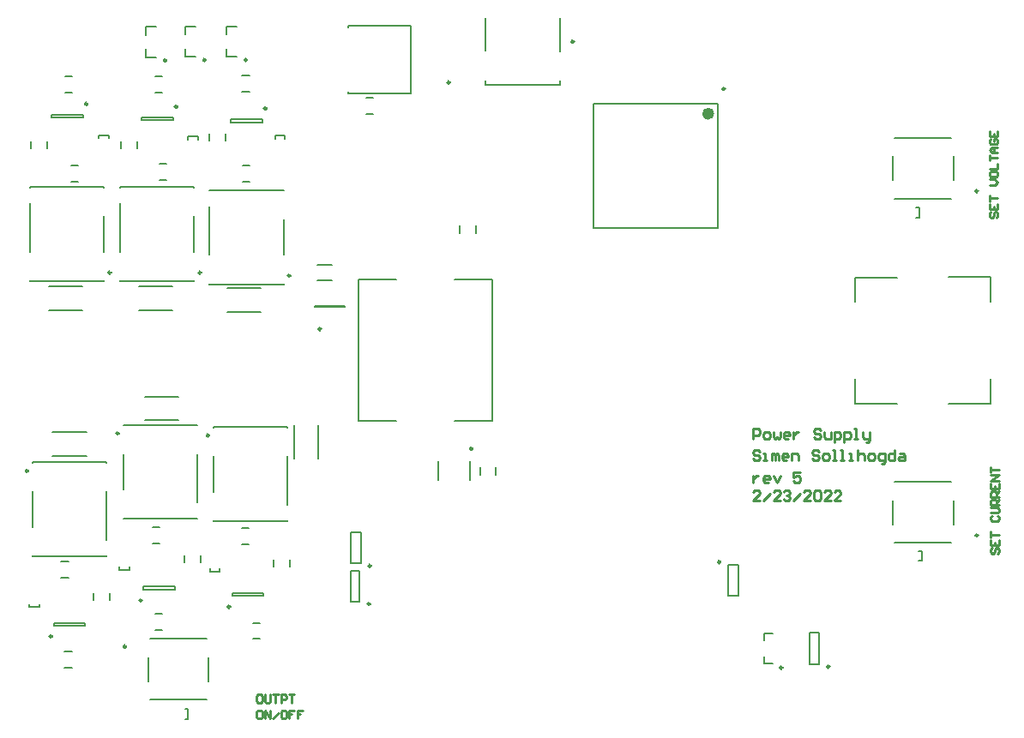
<source format=gto>
G04*
G04 #@! TF.GenerationSoftware,Altium Limited,Altium Designer,22.1.2 (22)*
G04*
G04 Layer_Color=65535*
%FSLAX44Y44*%
%MOMM*%
G71*
G04*
G04 #@! TF.SameCoordinates,580B55D7-DBA2-4C77-87B0-4A933D30A280*
G04*
G04*
G04 #@! TF.FilePolarity,Positive*
G04*
G01*
G75*
%ADD10C,0.2500*%
%ADD11C,0.1000*%
%ADD12C,0.6000*%
%ADD13C,0.2000*%
%ADD14C,0.2540*%
D10*
X70270Y623471D02*
G03*
X70270Y623471I-1250J0D01*
G01*
X695000Y171000D02*
G03*
X695000Y171000I-1250J0D01*
G01*
X350000Y167250D02*
G03*
X350000Y167250I-1250J0D01*
G01*
X349240Y129600D02*
G03*
X349240Y129600I-1250J0D01*
G01*
X756304Y66691D02*
G03*
X756304Y66691I-1250J0D01*
G01*
X450269Y283052D02*
G03*
X450269Y283052I-1250J0D01*
G01*
X300806Y401228D02*
G03*
X300806Y401228I-1250J0D01*
G01*
X35179Y97500D02*
G03*
X35179Y97500I-1250J0D01*
G01*
X123885Y133150D02*
G03*
X123885Y133150I-1250J0D01*
G01*
X211157Y126850D02*
G03*
X211157Y126850I-1250J0D01*
G01*
X159046Y620787D02*
G03*
X159046Y620787I-1250J0D01*
G01*
X246964Y618927D02*
G03*
X246964Y618927I-1250J0D01*
G01*
X190158Y296100D02*
G03*
X190158Y296100I-1250J0D01*
G01*
X550300Y685138D02*
G03*
X550300Y685138I-1250J0D01*
G01*
X148000Y666631D02*
G03*
X148000Y666631I-1250J0D01*
G01*
X182342Y456900D02*
G03*
X182342Y456900I-1250J0D01*
G01*
X270454Y453873D02*
G03*
X270454Y453873I-1250J0D01*
G01*
X227715Y667040D02*
G03*
X227715Y667040I-1250J0D01*
G01*
X186736D02*
G03*
X186736Y667040I-1250J0D01*
G01*
X427854Y644750D02*
G03*
X427854Y644750I-1250J0D01*
G01*
X11679Y261100D02*
G03*
X11679Y261100I-1250J0D01*
G01*
X93342Y456900D02*
G03*
X93342Y456900I-1250J0D01*
G01*
X101158Y298115D02*
G03*
X101158Y298115I-1250J0D01*
G01*
X802720Y67691D02*
G03*
X802720Y67691I-1250J0D01*
G01*
X699670Y638406D02*
G03*
X699670Y638406I-1250J0D01*
G01*
X108250Y87500D02*
G03*
X108250Y87500I-1250J0D01*
G01*
X949250Y197500D02*
G03*
X949250Y197500I-1250J0D01*
G01*
Y537500D02*
G03*
X949250Y537500I-1250J0D01*
G01*
D11*
X360643Y233433D02*
G03*
X360643Y233433I-500J0D01*
G01*
D12*
X685920Y613906D02*
G03*
X685920Y613906I-3000J0D01*
G01*
D13*
X432618Y450420D02*
X469618D01*
X432618Y310420D02*
X469618D01*
X337618Y450420D02*
X374618D01*
X337618Y310420D02*
X374618D01*
X469618D02*
Y450420D01*
X337618Y310420D02*
Y450420D01*
X66020Y609971D02*
Y612971D01*
X35020Y609971D02*
Y612971D01*
X66020D01*
X35020Y609971D02*
X66020D01*
X702500Y168500D02*
X712500D01*
X702500Y137500D02*
X712500D01*
X702500D02*
Y168500D01*
X712500Y137500D02*
Y168500D01*
X330000Y169750D02*
X340000D01*
X330000Y200750D02*
X340000D01*
Y169750D02*
Y200750D01*
X330000Y169750D02*
Y200750D01*
X338990Y131600D02*
Y162600D01*
X329990Y131600D02*
Y162600D01*
Y131600D02*
X338990D01*
X329990Y162600D02*
X338990D01*
X738555Y71092D02*
X746704D01*
X738555D02*
Y77691D01*
Y100291D02*
X746704D01*
X738555Y93692D02*
Y100291D01*
X416519Y251802D02*
Y270802D01*
X447519Y251802D02*
Y270802D01*
X294806Y422995D02*
Y423543D01*
Y422995D02*
X323806D01*
Y423543D01*
X294806D02*
X323806D01*
X36929Y108000D02*
Y111000D01*
X67929Y108000D02*
Y111000D01*
X36929Y108000D02*
X67929D01*
X36929Y111000D02*
X67929D01*
X125635Y143650D02*
Y146650D01*
X156635Y143650D02*
Y146650D01*
X125635Y143650D02*
X156635D01*
X125635Y146650D02*
X156635D01*
X212907Y137350D02*
Y140350D01*
X243907Y137350D02*
Y140350D01*
X212907Y137350D02*
X243907D01*
X212907Y140350D02*
X243907D01*
X154796Y607287D02*
Y610287D01*
X123796Y607287D02*
Y610287D01*
X154796D01*
X123796Y607287D02*
X154796D01*
X242715Y605427D02*
Y608427D01*
X211714Y605427D02*
Y608427D01*
X242715D01*
X211714Y605427D02*
X242715D01*
X828000Y327500D02*
X869600D01*
X828000D02*
Y351900D01*
X920400Y327500D02*
X962000D01*
Y351900D01*
X828000Y452230D02*
X869600D01*
X828000Y428100D02*
Y452230D01*
X920400Y452500D02*
X962000D01*
Y428100D02*
Y452500D01*
X194408Y304500D02*
X267408D01*
X194408Y211500D02*
Y212150D01*
Y240350D02*
Y275650D01*
Y303850D02*
Y304500D01*
Y211500D02*
X267408D01*
Y212150D01*
Y227650D02*
Y275650D01*
Y303850D02*
Y304500D01*
X462950Y642038D02*
X537050D01*
X462950D02*
Y646488D01*
X537050Y642038D02*
Y646488D01*
X462950Y676338D02*
Y708138D01*
X537050Y675538D02*
Y708138D01*
X127750Y691631D02*
Y699631D01*
X137750D01*
X127750Y669631D02*
Y677631D01*
Y669631D02*
X137750D01*
X102592Y448500D02*
X175592D01*
Y540850D02*
Y541500D01*
Y477350D02*
Y512650D01*
Y448500D02*
Y449150D01*
X102592Y541500D02*
X175592D01*
X102592Y540850D02*
Y541500D01*
Y477350D02*
Y525350D01*
Y448500D02*
Y449150D01*
X274479Y272885D02*
Y305946D01*
X298041Y272885D02*
Y305946D01*
X222689Y204739D02*
X229689D01*
X222689Y188739D02*
X229689D01*
X134311Y205600D02*
X141311D01*
X134311Y189600D02*
X141311D01*
X126854Y311019D02*
X159917D01*
X126854Y334581D02*
X159917D01*
X35898Y275619D02*
X68960D01*
X35898Y299181D02*
X68960D01*
X44348Y171500D02*
X51348D01*
X44348Y155500D02*
X51348D01*
X121280Y443072D02*
X154342D01*
X121280Y419510D02*
X154342D01*
X32221Y443072D02*
X65283D01*
X32221Y419510D02*
X65283D01*
X141296Y548120D02*
X148296D01*
X141296Y564120D02*
X148296D01*
X54069Y546828D02*
X61069D01*
X54069Y562828D02*
X61069D01*
X190704Y445473D02*
X263704D01*
Y537823D02*
Y538473D01*
Y474323D02*
Y509624D01*
Y445473D02*
Y446124D01*
X190704Y538473D02*
X263704D01*
X190704Y537823D02*
Y538473D01*
Y474323D02*
Y522324D01*
Y445473D02*
Y446124D01*
X223173Y546448D02*
X230173D01*
X223173Y562449D02*
X230173D01*
X208158Y441781D02*
X241220D01*
X208158Y418219D02*
X241220D01*
X207464Y692040D02*
Y700040D01*
X217464D01*
X207464Y670040D02*
Y678040D01*
Y670040D02*
X217464D01*
X166486Y692040D02*
Y700040D01*
X176486D01*
X166486Y670040D02*
Y678040D01*
Y670040D02*
X176486D01*
X297494Y449650D02*
X311494D01*
X297494Y464150D02*
X311494D01*
X327604Y634000D02*
X389604D01*
Y701000D01*
X327604D02*
X389604D01*
X327604Y699410D02*
Y701000D01*
Y634000D02*
Y635590D01*
X88929Y268850D02*
Y269500D01*
Y192650D02*
Y240650D01*
Y176500D02*
Y177150D01*
X15929Y176500D02*
X88929D01*
X15929Y268850D02*
Y269500D01*
Y205350D02*
Y240650D01*
Y176500D02*
Y177150D01*
Y269500D02*
X88929D01*
X12459Y126500D02*
Y129500D01*
X22459Y126500D02*
Y129500D01*
X12459Y126500D02*
X22459D01*
X92513Y133305D02*
Y140304D01*
X76513Y133305D02*
Y140304D01*
X47709Y67000D02*
X54709D01*
X47709Y83000D02*
X54709D01*
X13592Y448500D02*
Y449150D01*
Y477350D02*
Y525350D01*
Y540850D02*
Y541500D01*
X86592D01*
Y448500D02*
Y449150D01*
Y477350D02*
Y512650D01*
Y540850D02*
Y541500D01*
X13592Y448500D02*
X86592D01*
X91592Y589691D02*
Y592690D01*
X81592Y589691D02*
Y592690D01*
X91592D01*
X47812Y651000D02*
X54812D01*
X47812Y635000D02*
X54812D01*
X14092Y579800D02*
Y586800D01*
X30093Y579800D02*
Y586800D01*
X270188Y166229D02*
Y173229D01*
X254188Y166229D02*
Y173229D01*
X181645Y170857D02*
Y177857D01*
X165645Y170857D02*
Y177857D01*
X178408Y305865D02*
Y306515D01*
Y229665D02*
Y277665D01*
Y213515D02*
Y214165D01*
X105408Y213515D02*
X178408D01*
X105408Y305865D02*
Y306515D01*
Y242365D02*
Y277665D01*
Y213515D02*
Y214165D01*
Y306515D02*
X178408D01*
X190209Y587221D02*
Y594221D01*
X206209Y587221D02*
Y594221D01*
X103092Y579800D02*
Y586800D01*
X119092Y579800D02*
Y586800D01*
X222964Y635927D02*
X229965D01*
X222964Y651927D02*
X229965D01*
X255214Y592427D02*
X265214D01*
X255214Y589427D02*
Y592427D01*
X265214Y589427D02*
Y592427D01*
X136812Y635000D02*
X143812D01*
X136812Y651000D02*
X143812D01*
X169062Y591500D02*
X179062D01*
X169062Y588500D02*
Y591500D01*
X179062Y588500D02*
Y591500D01*
X233429Y111015D02*
X240429D01*
X233429Y95015D02*
X240429D01*
X190938Y161500D02*
X200939D01*
Y164500D01*
X190938Y161500D02*
Y164500D01*
X137188Y120015D02*
X144188D01*
X137188Y104015D02*
X144188D01*
X101939Y163515D02*
X111939D01*
Y166515D01*
X101939Y163515D02*
Y166515D01*
X166646Y15562D02*
X169645D01*
X166646Y25562D02*
X169645D01*
Y15562D02*
Y25562D01*
X473615Y257500D02*
Y264500D01*
X457615Y257500D02*
Y264500D01*
X345716Y613340D02*
X352190D01*
X345716Y629340D02*
X352190D01*
X453819Y496174D02*
Y503173D01*
X437819Y496174D02*
Y503173D01*
X782719Y70191D02*
X792719D01*
X782719Y101191D02*
X792719D01*
Y70191D02*
Y101191D01*
X782719Y70191D02*
Y101191D01*
X569920Y623906D02*
X692920D01*
X569920Y500906D02*
X692920D01*
Y623906D01*
X569920Y500906D02*
Y623906D01*
X888500Y511000D02*
X891500D01*
X888500Y521000D02*
X891500D01*
Y511000D02*
Y521000D01*
X890630Y172087D02*
X893630D01*
X890630Y182087D02*
X893630D01*
Y172087D02*
Y182087D01*
X132000Y95000D02*
X188000D01*
X130000Y53000D02*
Y77000D01*
X190000Y53000D02*
Y77000D01*
X132000Y35000D02*
X188000D01*
X867000Y250000D02*
X923000D01*
X865000Y208000D02*
Y232000D01*
X925000Y208000D02*
Y232000D01*
X867000Y190000D02*
X923000D01*
X867000Y590000D02*
X923000D01*
X865000Y548000D02*
Y572000D01*
X925000Y548000D02*
Y572000D01*
X867000Y530000D02*
X923000D01*
D14*
X241344Y40230D02*
X238678D01*
X237345Y38897D01*
Y33566D01*
X238678Y32233D01*
X241344D01*
X242677Y33566D01*
Y38897D01*
X241344Y40230D01*
X245342D02*
Y33566D01*
X246675Y32233D01*
X249341D01*
X250674Y33566D01*
Y40230D01*
X253340D02*
X258671D01*
X256005D01*
Y32233D01*
X261337D02*
Y40230D01*
X265336D01*
X266669Y38897D01*
Y36232D01*
X265336Y34899D01*
X261337D01*
X269335Y40230D02*
X274666D01*
X272000D01*
Y32233D01*
X241344Y24537D02*
X238678D01*
X237345Y23205D01*
Y17873D01*
X238678Y16540D01*
X241344D01*
X242677Y17873D01*
Y23205D01*
X241344Y24537D01*
X245342Y16540D02*
Y24537D01*
X250674Y16540D01*
Y24537D01*
X253340Y16540D02*
X258671Y21872D01*
X265336Y24537D02*
X262670D01*
X261337Y23205D01*
Y17873D01*
X262670Y16540D01*
X265336D01*
X266669Y17873D01*
Y23205D01*
X265336Y24537D01*
X274666D02*
X269335D01*
Y20539D01*
X272000D01*
X269335D01*
Y16540D01*
X282664Y24537D02*
X277332D01*
Y20539D01*
X279998D01*
X277332D01*
Y16540D01*
X963295Y184872D02*
X961963Y183539D01*
Y180873D01*
X963295Y179540D01*
X964628D01*
X965961Y180873D01*
Y183539D01*
X967294Y184872D01*
X968627D01*
X969960Y183539D01*
Y180873D01*
X968627Y179540D01*
X961963Y192869D02*
Y187537D01*
X969960D01*
Y192869D01*
X965961Y187537D02*
Y190203D01*
X961963Y195535D02*
Y200867D01*
Y198201D01*
X969960D01*
X963295Y216861D02*
X961963Y215528D01*
Y212863D01*
X963295Y211530D01*
X968627D01*
X969960Y212863D01*
Y215528D01*
X968627Y216861D01*
X961963Y219527D02*
X968627D01*
X969960Y220860D01*
Y223526D01*
X968627Y224859D01*
X961963D01*
X969960Y227525D02*
X961963D01*
Y231523D01*
X963295Y232856D01*
X965961D01*
X967294Y231523D01*
Y227525D01*
Y230190D02*
X969960Y232856D01*
Y235522D02*
X961963D01*
Y239521D01*
X963295Y240854D01*
X965961D01*
X967294Y239521D01*
Y235522D01*
Y238188D02*
X969960Y240854D01*
X961963Y248851D02*
Y243519D01*
X969960D01*
Y248851D01*
X965961Y243519D02*
Y246185D01*
X969960Y251517D02*
X961963D01*
X969960Y256848D01*
X961963D01*
Y259514D02*
Y264846D01*
Y262180D01*
X969960D01*
X962045Y516872D02*
X960713Y515539D01*
Y512873D01*
X962045Y511540D01*
X963378D01*
X964711Y512873D01*
Y515539D01*
X966044Y516872D01*
X967377D01*
X968710Y515539D01*
Y512873D01*
X967377Y511540D01*
X960713Y524869D02*
Y519537D01*
X968710D01*
Y524869D01*
X964711Y519537D02*
Y522203D01*
X960713Y527535D02*
Y532866D01*
Y530201D01*
X968710D01*
X960713Y543530D02*
X966044D01*
X968710Y546195D01*
X966044Y548861D01*
X960713D01*
Y555526D02*
Y552860D01*
X962045Y551527D01*
X967377D01*
X968710Y552860D01*
Y555526D01*
X967377Y556859D01*
X962045D01*
X960713Y555526D01*
Y559524D02*
X968710D01*
Y564856D01*
X960713Y567522D02*
Y572854D01*
Y570188D01*
X968710D01*
Y575519D02*
X963378D01*
X960713Y578185D01*
X963378Y580851D01*
X968710D01*
X964711D01*
Y575519D01*
X962045Y588848D02*
X960713Y587515D01*
Y584850D01*
X962045Y583517D01*
X967377D01*
X968710Y584850D01*
Y587515D01*
X967377Y588848D01*
X964711D01*
Y586183D01*
X960713Y596846D02*
Y591514D01*
X968710D01*
Y596846D01*
X964711Y591514D02*
Y594180D01*
X727290Y292731D02*
Y302728D01*
X732288D01*
X733954Y301062D01*
Y297729D01*
X732288Y296063D01*
X727290D01*
X738953Y292731D02*
X742285D01*
X743951Y294397D01*
Y297729D01*
X742285Y299395D01*
X738953D01*
X737287Y297729D01*
Y294397D01*
X738953Y292731D01*
X747284Y299395D02*
Y294397D01*
X748950Y292731D01*
X750616Y294397D01*
X752282Y292731D01*
X753948Y294397D01*
Y299395D01*
X762279Y292731D02*
X758947D01*
X757280Y294397D01*
Y297729D01*
X758947Y299395D01*
X762279D01*
X763945Y297729D01*
Y296063D01*
X757280D01*
X767277Y299395D02*
Y292731D01*
Y296063D01*
X768943Y297729D01*
X770609Y299395D01*
X772275D01*
X793935Y301062D02*
X792269Y302728D01*
X788937D01*
X787271Y301062D01*
Y299395D01*
X788937Y297729D01*
X792269D01*
X793935Y296063D01*
Y294397D01*
X792269Y292731D01*
X788937D01*
X787271Y294397D01*
X797268Y299395D02*
Y294397D01*
X798934Y292731D01*
X803932D01*
Y299395D01*
X807264Y289399D02*
Y299395D01*
X812263D01*
X813929Y297729D01*
Y294397D01*
X812263Y292731D01*
X807264D01*
X817261Y289399D02*
Y299395D01*
X822259D01*
X823925Y297729D01*
Y294397D01*
X822259Y292731D01*
X817261D01*
X827258D02*
X830590D01*
X828924D01*
Y302728D01*
X827258D01*
X835588Y299395D02*
Y294397D01*
X837255Y292731D01*
X842253D01*
Y291065D01*
X840587Y289399D01*
X838921D01*
X842253Y292731D02*
Y299395D01*
X733954Y279637D02*
X732288Y281303D01*
X728956D01*
X727290Y279637D01*
Y277971D01*
X728956Y276305D01*
X732288D01*
X733954Y274639D01*
Y272973D01*
X732288Y271306D01*
X728956D01*
X727290Y272973D01*
X737287Y271306D02*
X740619D01*
X738953D01*
Y277971D01*
X737287D01*
X745617Y271306D02*
Y277971D01*
X747284D01*
X748950Y276305D01*
Y271306D01*
Y276305D01*
X750616Y277971D01*
X752282Y276305D01*
Y271306D01*
X760613D02*
X757280D01*
X755614Y272973D01*
Y276305D01*
X757280Y277971D01*
X760613D01*
X762279Y276305D01*
Y274639D01*
X755614D01*
X765611Y271306D02*
Y277971D01*
X770609D01*
X772275Y276305D01*
Y271306D01*
X792269Y279637D02*
X790603Y281303D01*
X787271D01*
X785605Y279637D01*
Y277971D01*
X787271Y276305D01*
X790603D01*
X792269Y274639D01*
Y272973D01*
X790603Y271306D01*
X787271D01*
X785605Y272973D01*
X797268Y271306D02*
X800600D01*
X802266Y272973D01*
Y276305D01*
X800600Y277971D01*
X797268D01*
X795601Y276305D01*
Y272973D01*
X797268Y271306D01*
X805598D02*
X808930D01*
X807264D01*
Y281303D01*
X805598D01*
X813929Y271306D02*
X817261D01*
X815595D01*
Y281303D01*
X813929D01*
X822259Y271306D02*
X825592D01*
X823925D01*
Y277971D01*
X822259D01*
X830590Y281303D02*
Y271306D01*
Y276305D01*
X832256Y277971D01*
X835588D01*
X837254Y276305D01*
Y271306D01*
X842253D02*
X845585D01*
X847251Y272973D01*
Y276305D01*
X845585Y277971D01*
X842253D01*
X840587Y276305D01*
Y272973D01*
X842253Y271306D01*
X853916Y267974D02*
X855582D01*
X857248Y269640D01*
Y277971D01*
X852250D01*
X850584Y276305D01*
Y272973D01*
X852250Y271306D01*
X857248D01*
X867245Y281303D02*
Y271306D01*
X862246D01*
X860580Y272973D01*
Y276305D01*
X862246Y277971D01*
X867245D01*
X872243D02*
X875575D01*
X877242Y276305D01*
Y271306D01*
X872243D01*
X870577Y272973D01*
X872243Y274639D01*
X877242D01*
X727290Y256547D02*
Y249882D01*
Y253214D01*
X728956Y254881D01*
X730622Y256547D01*
X732288D01*
X742285Y249882D02*
X738953D01*
X737287Y251548D01*
Y254881D01*
X738953Y256547D01*
X742285D01*
X743951Y254881D01*
Y253214D01*
X737287D01*
X747284Y256547D02*
X750616Y249882D01*
X753948Y256547D01*
X773942Y259879D02*
X767277D01*
Y254881D01*
X770609Y256547D01*
X772275D01*
X773942Y254881D01*
Y251548D01*
X772275Y249882D01*
X768943D01*
X767277Y251548D01*
X733954Y231790D02*
X727290D01*
X733954Y238454D01*
Y240121D01*
X732288Y241787D01*
X728956D01*
X727290Y240121D01*
X737287Y231790D02*
X743951Y238454D01*
X753948Y231790D02*
X747284D01*
X753948Y238454D01*
Y240121D01*
X752282Y241787D01*
X748950D01*
X747284Y240121D01*
X757280D02*
X758947Y241787D01*
X762279D01*
X763945Y240121D01*
Y238454D01*
X762279Y236788D01*
X760613D01*
X762279D01*
X763945Y235122D01*
Y233456D01*
X762279Y231790D01*
X758947D01*
X757280Y233456D01*
X767277Y231790D02*
X773942Y238454D01*
X783938Y231790D02*
X777274D01*
X783938Y238454D01*
Y240121D01*
X782272Y241787D01*
X778940D01*
X777274Y240121D01*
X787271D02*
X788937Y241787D01*
X792269D01*
X793935Y240121D01*
Y233456D01*
X792269Y231790D01*
X788937D01*
X787271Y233456D01*
Y240121D01*
X803932Y231790D02*
X797268D01*
X803932Y238454D01*
Y240121D01*
X802266Y241787D01*
X798934D01*
X797268Y240121D01*
X813929Y231790D02*
X807264D01*
X813929Y238454D01*
Y240121D01*
X812263Y241787D01*
X808930D01*
X807264Y240121D01*
M02*

</source>
